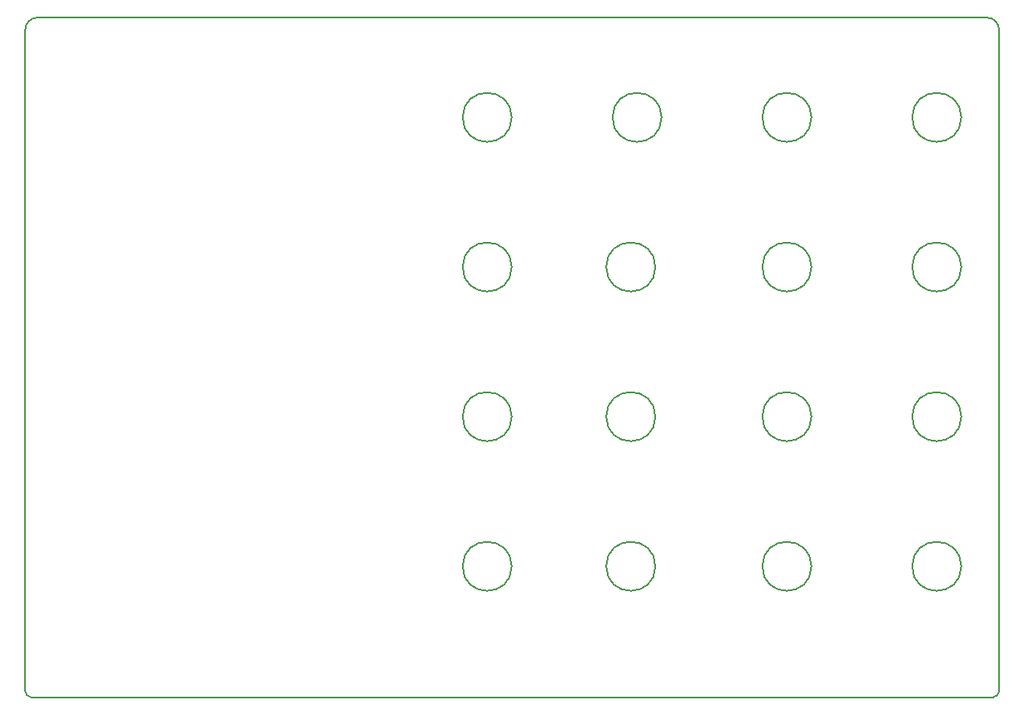
<source format=gm1>
G04 #@! TF.FileFunction,Profile,NP*
%FSLAX46Y46*%
G04 Gerber Fmt 4.6, Leading zero omitted, Abs format (unit mm)*
G04 Created by KiCad (PCBNEW 4.0.7) date 12/23/19 17:32:06*
%MOMM*%
%LPD*%
G01*
G04 APERTURE LIST*
%ADD10C,0.100000*%
%ADD11C,0.150000*%
G04 APERTURE END LIST*
D10*
D11*
X195540000Y-133985000D02*
G75*
G03X195540000Y-133985000I-2500000J0D01*
G01*
X180300000Y-133985000D02*
G75*
G03X180300000Y-133985000I-2500000J0D01*
G01*
X164425000Y-133985000D02*
G75*
G03X164425000Y-133985000I-2500000J0D01*
G01*
X149820000Y-133985000D02*
G75*
G03X149820000Y-133985000I-2500000J0D01*
G01*
X195540000Y-118745000D02*
G75*
G03X195540000Y-118745000I-2500000J0D01*
G01*
X180300000Y-118745000D02*
G75*
G03X180300000Y-118745000I-2500000J0D01*
G01*
X164425000Y-118745000D02*
G75*
G03X164425000Y-118745000I-2500000J0D01*
G01*
X149820000Y-118745000D02*
G75*
G03X149820000Y-118745000I-2500000J0D01*
G01*
X195540000Y-103505000D02*
G75*
G03X195540000Y-103505000I-2500000J0D01*
G01*
X180300000Y-103505000D02*
G75*
G03X180300000Y-103505000I-2500000J0D01*
G01*
X164425000Y-103505000D02*
G75*
G03X164425000Y-103505000I-2500000J0D01*
G01*
X149820000Y-103505000D02*
G75*
G03X149820000Y-103505000I-2500000J0D01*
G01*
X195540000Y-88265000D02*
G75*
G03X195540000Y-88265000I-2500000J0D01*
G01*
X180300000Y-88265000D02*
G75*
G03X180300000Y-88265000I-2500000J0D01*
G01*
X165060000Y-88265000D02*
G75*
G03X165060000Y-88265000I-2500000J0D01*
G01*
X149820000Y-88265000D02*
G75*
G03X149820000Y-88265000I-2500000J0D01*
G01*
X100330000Y-146685000D02*
X100330000Y-133985000D01*
X199390000Y-146685000D02*
X199390000Y-79375000D01*
X100965000Y-147320000D02*
X198755000Y-147320000D01*
X100330000Y-146685000D02*
G75*
G03X100965000Y-147320000I635000J0D01*
G01*
X198755000Y-147320000D02*
G75*
G03X199390000Y-146685000I0J635000D01*
G01*
X100330000Y-79375000D02*
X100330000Y-92075000D01*
X198120000Y-78105000D02*
X101600000Y-78105000D01*
X199390000Y-79375000D02*
G75*
G03X198120000Y-78105000I-1270000J0D01*
G01*
X101600000Y-78105000D02*
G75*
G03X100330000Y-79375000I0J-1270000D01*
G01*
X100330000Y-104775000D02*
X100330000Y-92075000D01*
X100330000Y-133350000D02*
X100330000Y-124460000D01*
X100330000Y-124460000D02*
X100330000Y-123825000D01*
X100330000Y-133985000D02*
X100330000Y-133350000D01*
X100330000Y-104775000D02*
X100330000Y-123825000D01*
M02*

</source>
